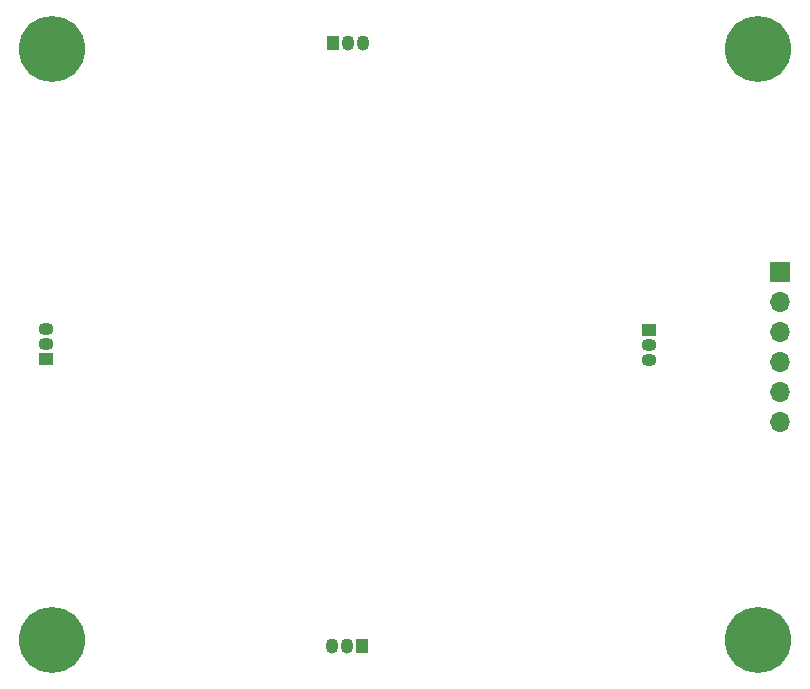
<source format=gbr>
%TF.GenerationSoftware,KiCad,Pcbnew,9.0.0*%
%TF.CreationDate,2025-06-04T23:47:33+02:00*%
%TF.ProjectId,uv_controler,75765f63-6f6e-4747-926f-6c65722e6b69,rev?*%
%TF.SameCoordinates,Original*%
%TF.FileFunction,Soldermask,Bot*%
%TF.FilePolarity,Negative*%
%FSLAX46Y46*%
G04 Gerber Fmt 4.6, Leading zero omitted, Abs format (unit mm)*
G04 Created by KiCad (PCBNEW 9.0.0) date 2025-06-04 23:47:33*
%MOMM*%
%LPD*%
G01*
G04 APERTURE LIST*
%ADD10R,1.050000X1.300000*%
%ADD11O,1.050000X1.300000*%
%ADD12R,1.300000X1.050000*%
%ADD13O,1.300000X1.050000*%
%ADD14R,1.700000X1.700000*%
%ADD15O,1.700000X1.700000*%
%ADD16C,5.600000*%
G04 APERTURE END LIST*
D10*
%TO.C,U10*%
X54470534Y-61475000D03*
D11*
X55740534Y-61475000D03*
X57010534Y-61475000D03*
%TD*%
D12*
%TO.C,U9*%
X81285534Y-85787500D03*
D13*
X81285534Y-87057500D03*
X81285534Y-88327500D03*
%TD*%
D14*
%TO.C,J4*%
X92300000Y-80900000D03*
D15*
X92300000Y-83440000D03*
X92300000Y-85980000D03*
X92300000Y-88520000D03*
X92300000Y-91060000D03*
X92300000Y-93600000D03*
%TD*%
D16*
%TO.C,REF\u002A\u002A*%
X30735534Y-112000000D03*
%TD*%
D10*
%TO.C,U11*%
X56973034Y-112525000D03*
D11*
X55703034Y-112525000D03*
X54433034Y-112525000D03*
%TD*%
D16*
%TO.C,REF\u002A\u002A*%
X90485534Y-112000000D03*
%TD*%
%TO.C,REF\u002A\u002A*%
X30735534Y-62000000D03*
%TD*%
D12*
%TO.C,U12*%
X30185534Y-88250000D03*
D13*
X30185534Y-86980000D03*
X30185534Y-85710000D03*
%TD*%
D16*
%TO.C,REF\u002A\u002A*%
X90485534Y-62000000D03*
%TD*%
M02*

</source>
